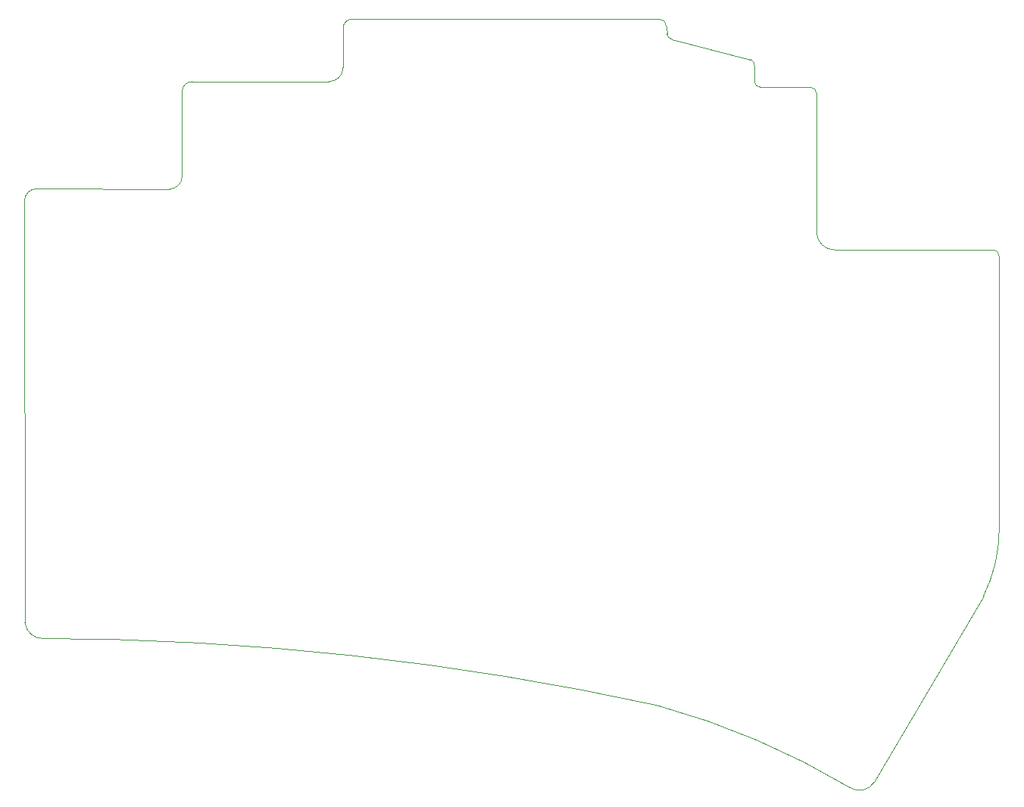
<source format=gbr>
%TF.GenerationSoftware,KiCad,Pcbnew,(6.0.11)*%
%TF.CreationDate,2023-03-31T01:03:26+02:00*%
%TF.ProjectId,half-swept,68616c66-2d73-4776-9570-742e6b696361,rev?*%
%TF.SameCoordinates,Original*%
%TF.FileFunction,Profile,NP*%
%FSLAX46Y46*%
G04 Gerber Fmt 4.6, Leading zero omitted, Abs format (unit mm)*
G04 Created by KiCad (PCBNEW (6.0.11)) date 2023-03-31 01:03:26*
%MOMM*%
%LPD*%
G01*
G04 APERTURE LIST*
%TA.AperFunction,Profile*%
%ADD10C,0.050000*%
%TD*%
G04 APERTURE END LIST*
D10*
X107222063Y-27137419D02*
G75*
G03*
X106500000Y-26400000I-737563J19D01*
G01*
X110938000Y-104748000D02*
G75*
G03*
X89409134Y-95561946I-44316000J-74040000D01*
G01*
X107222002Y-42683999D02*
G75*
G03*
X109257002Y-44614917I1999998J69999D01*
G01*
X110938000Y-104748000D02*
G75*
G03*
X113670000Y-104149265I1070000J1650000D01*
G01*
X89409134Y-95561946D02*
G75*
G03*
X20768000Y-88081119I-69219164J-316475414D01*
G01*
X18730240Y-86300001D02*
G75*
G03*
X20768000Y-88081119I1977860J206601D01*
G01*
X127635000Y-45300000D02*
X127635000Y-62484000D01*
X107222001Y-42683999D02*
X107222045Y-27137419D01*
X109257002Y-44614917D02*
X126960000Y-44612000D01*
X125888304Y-83312000D02*
X113670000Y-104149265D01*
X125888307Y-83312002D02*
G75*
G03*
X127635000Y-75987850I-15027207J7454102D01*
G01*
X127635000Y-62484000D02*
X127647000Y-69850000D01*
X127647000Y-69850000D02*
X127635000Y-75987850D01*
X55300000Y-18800000D02*
G75*
G03*
X54300000Y-19800000I0J-1000000D01*
G01*
X55300000Y-18800000D02*
X89634315Y-18800000D01*
X90434300Y-19600000D02*
G75*
G03*
X89634315Y-18800000I-800000J0D01*
G01*
X90434315Y-19600000D02*
X90500000Y-20450001D01*
X52710000Y-25799969D02*
G75*
G03*
X54300000Y-24200000I-10000J1599969D01*
G01*
X54300000Y-24200000D02*
X54300000Y-19800000D01*
X91000000Y-21050000D02*
X99868224Y-23350000D01*
X90500013Y-20449999D02*
G75*
G03*
X91000000Y-21050000I734687J103899D01*
G01*
X34900000Y-37800000D02*
G75*
G03*
X36300000Y-36400000I0J1400000D01*
G01*
X127635035Y-45300001D02*
G75*
G03*
X126960000Y-44612000I-672735J15101D01*
G01*
X20000000Y-37790055D02*
X34900000Y-37800000D01*
X20000000Y-37790047D02*
G75*
G03*
X18690055Y-39110000I0J-1309983D01*
G01*
X18730254Y-86300000D02*
X18690055Y-39110000D01*
X37400000Y-25800000D02*
X52710000Y-25800000D01*
X100268224Y-23950000D02*
X100300000Y-25800000D01*
X100900000Y-26400000D02*
X106500000Y-26400000D01*
X100300000Y-25800000D02*
G75*
G03*
X100900000Y-26400000I552600J-47400D01*
G01*
X100268276Y-23950004D02*
G75*
G03*
X99868224Y-23350000I-587576J41604D01*
G01*
X36300000Y-36400000D02*
X36300000Y-26900000D01*
X37400000Y-25800000D02*
G75*
G03*
X36300000Y-26900000I0J-1100000D01*
G01*
M02*

</source>
